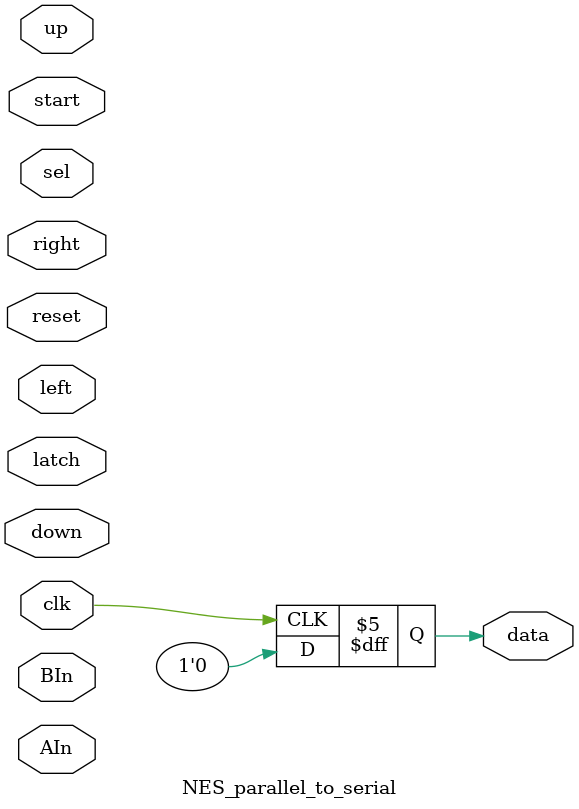
<source format=sv>
module NES_parallel_to_serial(
					input logic clk,
					input logic latch,
					output logic data,
					
					input logic AIn,
					input logic BIn,
					input logic sel,
					input logic start,
					input logic up,
					input logic down,
					input logic left,
					input logic right,
					
					input logic reset);
					
	logic [7:0] data_q;
		
	always_ff @ (posedge latch, negedge reset) begin
		if (!reset) data_q = 0;
		else begin
			data_q[0] = AIn;
			data_q[1] = BIn;
			data_q[2] = sel;
			data_q[3] = start;
			data_q[4] = up;
			data_q[5] = down;
			data_q[6] = left;
			data_q[7] = right;
		end
	end
	
	always_ff @ (posedge clk) begin
		data_q = data_q << 1;
		data = data_q[0];
	end

	

endmodule
</source>
